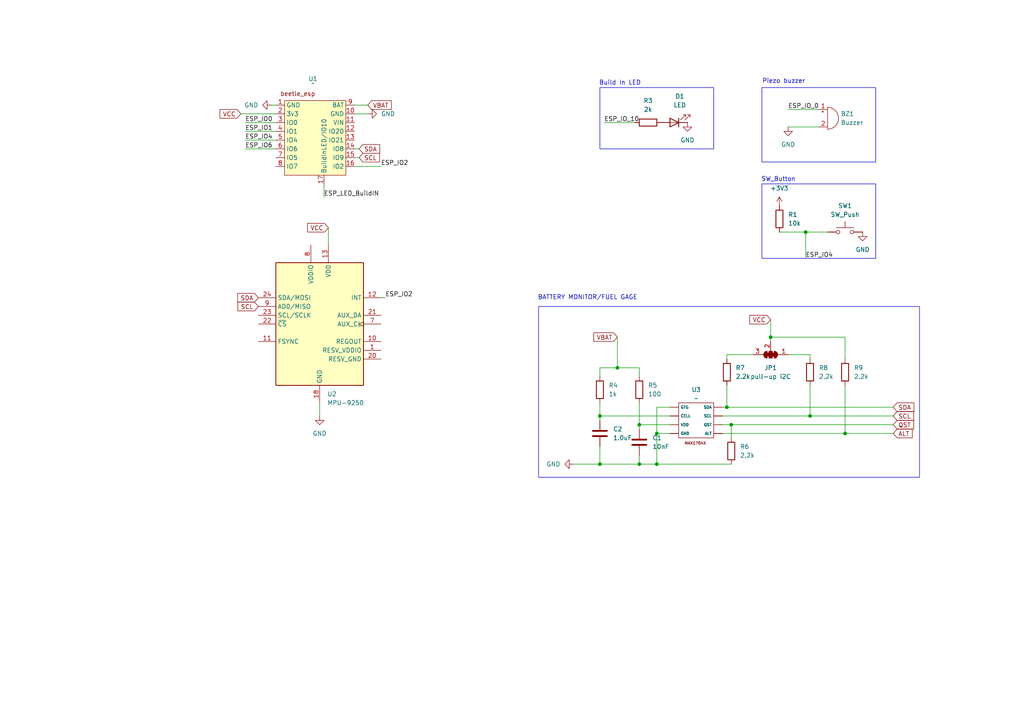
<source format=kicad_sch>
(kicad_sch (version 20231120) (generator "eeschema") (generator_version "8.0")
  (paper "A4")
  (title_block (title "IOT-Cube") (date "2024-03-07") (rev "v01") (comment 4 "Autor: Theironne Velliam"))
  (lib_symbols
    (symbol "Device:Buzzer" (pin_names (offset 0.0254) hide)
      (property "Reference" "BZ" (at 3.81 1.27 0))
      (property "Value" "Buzzer" (at 3.81 -1.27 0))
      (symbol "Buzzer_0_1"
        (arc (start 0 -3.175) (mid 3.1612 0) (end 0 3.175))
        (polyline (pts (xy -1.651 1.905) (xy -1.143 1.905)))
        (polyline (pts (xy -1.397 2.159) (xy -1.397 1.651)))
        (polyline (pts (xy 0 3.175) (xy 0 -3.175)))
      )
      (symbol "Buzzer_1_1"
        (pin passive line (at -2.54 2.54 0) (length 2.54) (name "+") (number "1"))
        (pin passive line (at -2.54 -2.54 0) (length 2.54) (name "-") (number "2"))
      )
    )
    (symbol "Device:C" (pin_numbers hide) (pin_names (offset 0.254))
      (property "Reference" "C" (at 0.635 2.54 0))
      (property "Value" "C" (at 0.635 -2.54 0))
      (symbol "C_0_1"
        (polyline (pts (xy -2.032 -0.762) (xy 2.032 -0.762)) (stroke (width 0.508)))
        (polyline (pts (xy -2.032 0.762) (xy 2.032 0.762)) (stroke (width 0.508)))
      )
      (symbol "C_1_1"
        (pin passive line (at 0 3.81 270) (length 2.794) (name "~") (number "1"))
        (pin passive line (at 0 -3.81 90) (length 2.794) (name "~") (number "2"))
      )
    )
    (symbol "Device:LED" (pin_numbers hide) (pin_names (offset 1.016) hide)
      (property "Reference" "D" (at 0 2.54 0))
      (property "Value" "LED" (at 0 -2.54 0))
      (symbol "LED_0_1"
        (polyline (pts (xy -1.27 -1.27) (xy -1.27 1.27)) (stroke (width 0.254)))
        (polyline (pts (xy -1.27 0) (xy 1.27 0)))
        (polyline (pts (xy 1.27 -1.27) (xy 1.27 1.27) (xy -1.27 0) (xy 1.27 -1.27)) (stroke (width 0.254)))
        (polyline (pts (xy -3.048 -0.762) (xy -4.572 -2.286) (xy -3.81 -2.286) (xy -4.572 -2.286) (xy -4.572 -1.524)))
        (polyline (pts (xy -1.778 -0.762) (xy -3.302 -2.286) (xy -2.54 -2.286) (xy -3.302 -2.286) (xy -3.302 -1.524)))
      )
      (symbol "LED_1_1"
        (pin passive line (at -3.81 0 0) (length 2.54) (name "K") (number "1"))
        (pin passive line (at 3.81 0 180) (length 2.54) (name "A") (number "2"))
      )
    )
    (symbol "Device:R" (pin_numbers hide) (pin_names (offset 0))
      (property "Reference" "R" (at 2.032 0 90))
      (property "Value" "R" (at 0 0 90))
      (symbol "R_0_1"
        (rectangle (start -1.016 -2.54) (end 1.016 2.54) (stroke (width 0.254)))
      )
      (symbol "R_1_1"
        (pin passive line (at 0 3.81 270) (length 1.27) (name "~") (number "1"))
        (pin passive line (at 0 -3.81 90) (length 1.27) (name "~") (number "2"))
      )
    )
    (symbol "Jumper:SolderJumper_3_Bridged123" (pin_names (offset 0) hide)
      (property "Reference" "JP" (at -2.54 -2.54 0))
      (property "Value" "SolderJumper_3_Bridged123" (at 0 2.794 0))
      (symbol "SolderJumper_3_Bridged123_0_1"
        (rectangle (start -1.016 0.508) (end -0.508 -0.508) (fill (type outline)))
        (arc (start -1.016 1.016) (mid -2.0276 0) (end -1.016 -1.016))
        (arc (start -1.016 1.016) (mid -2.0276 0) (end -1.016 -1.016) (fill (type outline)))
        (rectangle (start -0.508 1.016) (end 0.508 -1.016) (fill (type outline)))
        (polyline (pts (xy -2.54 0) (xy -2.032 0)))
        (polyline (pts (xy -1.016 1.016) (xy -1.016 -1.016)))
        (polyline (pts (xy 0 -1.27) (xy 0 -1.016)))
        (polyline (pts (xy 1.016 1.016) (xy 1.016 -1.016)))
        (polyline (pts (xy 2.54 0) (xy 2.032 0)))
        (rectangle (start 0.508 0.508) (end 1.016 -0.508) (fill (type outline)))
        (arc (start 1.016 -1.016) (mid 2.0276 0) (end 1.016 1.016))
        (arc (start 1.016 -1.016) (mid 2.0276 0) (end 1.016 1.016) (fill (type outline)))
      )
      (symbol "SolderJumper_3_Bridged123_1_1"
        (pin passive line (at -5.08 0 0) (length 2.54) (name "A") (number "1"))
        (pin passive line (at 0 -3.81 90) (length 2.54) (name "C") (number "2"))
        (pin passive line (at 5.08 0 180) (length 2.54) (name "B") (number "3"))
      )
    )
    (symbol "Sensor_Motion:MPU-9250"
      (property "Reference" "U" (at -11.43 19.05 0))
      (property "Value" "MPU-9250" (at 7.62 -19.05 0))
      (symbol "MPU-9250_0_1"
        (rectangle (start -12.7 17.78) (end 12.7 -17.78) (stroke (width 0.254)) (fill (type background)))
      )
      (symbol "MPU-9250_1_1"
        (pin input line (at 17.78 -7.62 180) (length 5.08) (name "RESV_VDDIO") (number "1"))
        (pin passive line (at 17.78 -5.08 180) (length 5.08) (name "REGOUT") (number "10"))
        (pin input line (at -17.78 -5.08 0) (length 5.08) (name "FSYNC") (number "11"))
        (pin output line (at 17.78 7.62 180) (length 5.08) (name "INT") (number "12"))
        (pin power_in line (at 2.54 22.86 270) (length 5.08) (name "VDD") (number "13"))
        (pin power_in line (at 0 -22.86 90) (length 5.08) (name "GND") (number "18"))
        (pin power_in line (at 17.78 -10.16 180) (length 5.08) (name "RESV_GND") (number "20"))
        (pin bidirectional line (at 17.78 2.54 180) (length 5.08) (name "AUX_DA") (number "21"))
        (pin input line (at -17.78 0 0) (length 5.08) (name "~{CS}") (number "22"))
        (pin input line (at -17.78 2.54 0) (length 5.08) (name "SCL/SCLK") (number "23"))
        (pin bidirectional line (at -17.78 7.62 0) (length 5.08) (name "SDA/MOSI") (number "24"))
        (pin output clock (at 17.78 0 180) (length 5.08) (name "AUX_CL") (number "7"))
        (pin power_in line (at -2.54 22.86 270) (length 5.08) (name "VDDIO") (number "8"))
        (pin bidirectional line (at -17.78 5.08 0) (length 5.08) (name "AD0/MISO") (number "9"))
      )
    )
    (symbol "Switch:SW_Push" (pin_numbers hide) (pin_names (offset 1.016) hide)
      (property "Reference" "SW" (at 1.27 2.54 0))
      (property "Value" "SW_Push" (at 0 -1.524 0))
      (symbol "SW_Push_0_1"
        (circle (center -2.032 0) (radius 0.508))
        (polyline (pts (xy 0 1.27) (xy 0 3.048)))
        (polyline (pts (xy 2.54 1.27) (xy -2.54 1.27)))
        (circle (center 2.032 0) (radius 0.508))
        (pin passive line (at -5.08 0 0) (length 2.54) (name "1") (number "1"))
        (pin passive line (at 5.08 0 180) (length 2.54) (name "2") (number "2"))
      )
    )
    (symbol "beetleesp32c3:Beetle_esp32c3"
      (property "Reference" "U" (at 0 -11.684 0))
      (symbol "Beetle_esp32c3_1_1"
        (rectangle (start -8.89 11.43) (end 8.89 -10.16) (fill (type background)))
        (text "beetle_esp" (at -5.08 13.462 0) (effects (font (size 1.27 1.27))))
        (pin input line (at -11.43 10.16 0) (length 2.54) (name "GND") (number "1"))
        (pin input line (at 11.43 7.62 180) (length 2.54) (name "GND") (number "10"))
        (pin input line (at 11.43 5.08 180) (length 2.54) (name "VIN") (number "11"))
        (pin input line (at 11.43 2.54 180) (length 2.54) (name "IO20") (number "12"))
        (pin input line (at 11.43 0 180) (length 2.54) (name "IO21") (number "13"))
        (pin input line (at 11.43 -2.54 180) (length 2.54) (name "IO8") (number "14"))
        (pin input line (at 11.43 -5.08 180) (length 2.54) (name "IO9") (number "15"))
        (pin input line (at 11.43 -7.62 180) (length 2.54) (name "IO2") (number "16"))
        (pin input line (at 2.54 -12.7 90) (length 2.54) (name "BuildInLED/IO10") (number "17"))
        (pin input line (at -11.43 7.62 0) (length 2.54) (name "3v3") (number "2"))
        (pin input line (at -11.43 5.08 0) (length 2.54) (name "IO0") (number "3"))
        (pin input line (at -11.43 2.54 0) (length 2.54) (name "IO1") (number "4"))
        (pin input line (at -11.43 0 0) (length 2.54) (name "IO4") (number "5"))
        (pin input line (at -11.43 -2.54 0) (length 2.54) (name "IO6") (number "6"))
        (pin input line (at -11.43 -5.08 0) (length 2.54) (name "IO5") (number "7"))
        (pin input line (at -11.43 -7.62 0) (length 2.54) (name "IO7") (number "8"))
        (pin input line (at 11.43 10.16 180) (length 2.54) (name "BAT") (number "9"))
      )
    )
    (symbol "beetleesp32c3:MAX1704X"
      (property "Reference" "U" (at -4.318 6.096 0))
      (symbol "MAX1704X_0_1"
        (rectangle (start -5.08 5.08) (end 5.08 -5.08))
      )
      (symbol "MAX1704X_1_1"
        (text "MAX1704X\n" (at -0.254 -6.604 0) (effects (font (size 0.8 0.8))))
        (pin input line (at 7.62 -3.81 180) (length 2.54) (name "ALT") (number ""))
        (pin input line (at -7.62 1.27 0) (length 2.54) (name "CELL") (number ""))
        (pin input line (at -7.62 -3.81 0) (length 2.54) (name "GND") (number ""))
        (pin input line (at -7.62 3.81 0) (length 2.54) (name "GTG") (number ""))
        (pin input line (at 7.62 -1.27 180) (length 2.54) (name "QST") (number ""))
        (pin input line (at 7.62 1.27 180) (length 2.54) (name "SCL") (number ""))
        (pin input line (at 7.62 3.81 180) (length 2.54) (name "SDA") (number ""))
        (pin input line (at -7.62 -1.27 0) (length 2.54) (name "VDD") (number ""))
      )
    )
    (symbol "power:+3V3" (power) (pin_numbers hide) (pin_names (offset 0) hide)
      (property "Value" "+3V3" (at 0 3.556 0))
      (symbol "+3V3_0_1"
        (polyline (pts (xy -0.762 1.27) (xy 0 2.54)))
        (polyline (pts (xy 0 0) (xy 0 2.54)))
        (polyline (pts (xy 0 2.54) (xy 0.762 1.27)))
      )
      (symbol "+3V3_1_1"
        (pin power_in line (at 0 0 90) (length 0) (name "~") (number "1"))
      )
    )
    (symbol "power:GND" (power) (pin_numbers hide) (pin_names (offset 0) hide)
      (property "Value" "GND" (at 0 -3.81 0))
      (symbol "GND_0_1"
        (polyline (pts (xy 0 0) (xy 0 -1.27) (xy 1.27 -1.27) (xy 0 -2.54) (xy -1.27 -1.27) (xy 0 -1.27)))
      )
      (symbol "GND_1_1"
        (pin power_in line (at 0 0 270) (length 0) (name "~") (number "1"))
      )
    )
  )
  (junction (at 173.99 134.62))
  (junction (at 173.99 120.65))
  (junction (at 185.42 134.62))
  (junction (at 233.68 67.31))
  (junction (at 223.52 97.79))
  (junction (at 245.11 125.73))
  (junction (at 210.82 118.11))
  (junction (at 234.95 120.65))
  (junction (at 190.5 125.73))
  (junction (at 190.5 134.62))
  (junction (at 212.09 123.19))
  (junction (at 179.07 106.68))
  (junction (at 185.42 123.19))
  (wire (pts (xy 228.6 36.83) (xy 237.49 36.83)))
  (wire (pts (xy 210.82 118.11) (xy 259.08 118.11)))
  (wire (pts (xy 185.42 132.08) (xy 185.42 134.62)))
  (wire (pts (xy 179.07 97.79) (xy 179.07 106.68)))
  (wire (pts (xy 190.5 118.11) (xy 190.5 125.73)))
  (wire (pts (xy 209.55 125.73) (xy 245.11 125.73)))
  (wire (pts (xy 210.82 102.87) (xy 210.82 104.14)))
  (wire (pts (xy 190.5 134.62) (xy 212.09 134.62)))
  (wire (pts (xy 234.95 111.76) (xy 234.95 120.65)))
  (wire (pts (xy 209.55 123.19) (xy 212.09 123.19)))
  (wire (pts (xy 102.87 48.26) (xy 110.49 48.26)))
  (wire (pts (xy 234.95 120.65) (xy 259.08 120.65)))
  (wire (pts (xy 233.68 67.31) (xy 240.03 67.31)))
  (wire (pts (xy 173.99 106.68) (xy 179.07 106.68)))
  (wire (pts (xy 179.07 106.68) (xy 185.42 106.68)))
  (wire (pts (xy 194.31 118.11) (xy 190.5 118.11)))
  (wire (pts (xy 226.06 67.31) (xy 233.68 67.31)))
  (wire (pts (xy 102.87 30.48) (xy 106.68 30.48)))
  (wire (pts (xy 245.11 104.14) (xy 245.11 97.79)))
  (wire (pts (xy 185.42 116.84) (xy 185.42 123.19)))
  (wire (pts (xy 212.09 123.19) (xy 212.09 127)))
  (wire (pts (xy 173.99 129.54) (xy 173.99 134.62)))
  (wire (pts (xy 234.95 102.87) (xy 234.95 104.14)))
  (wire (pts (xy 102.87 43.18) (xy 104.14 43.18)))
  (wire (pts (xy 245.11 125.73) (xy 245.11 111.76)))
  (wire (pts (xy 228.6 31.75) (xy 237.49 31.75)))
  (wire (pts (xy 71.12 40.64) (xy 80.01 40.64)))
  (wire (pts (xy 173.99 116.84) (xy 173.99 120.65)))
  (wire (pts (xy 218.44 102.87) (xy 210.82 102.87)))
  (wire (pts (xy 190.5 125.73) (xy 190.5 134.62)))
  (wire (pts (xy 78.74 30.48) (xy 80.01 30.48)))
  (wire (pts (xy 175.26 35.56) (xy 184.15 35.56)))
  (wire (pts (xy 185.42 134.62) (xy 173.99 134.62)))
  (wire (pts (xy 71.12 35.56) (xy 80.01 35.56)))
  (wire (pts (xy 209.55 118.11) (xy 210.82 118.11)))
  (wire (pts (xy 210.82 111.76) (xy 210.82 118.11)))
  (wire (pts (xy 245.11 97.79) (xy 223.52 97.79)))
  (wire (pts (xy 92.71 116.84) (xy 92.71 120.65)))
  (wire (pts (xy 93.98 53.34) (xy 93.98 57.15)))
  (wire (pts (xy 185.42 123.19) (xy 185.42 124.46)))
  (wire (pts (xy 194.31 123.19) (xy 185.42 123.19)))
  (wire (pts (xy 185.42 106.68) (xy 185.42 109.22)))
  (wire (pts (xy 95.25 66.04) (xy 95.25 71.12)))
  (wire (pts (xy 71.12 38.1) (xy 80.01 38.1)))
  (wire (pts (xy 194.31 125.73) (xy 190.5 125.73)))
  (wire (pts (xy 194.31 120.65) (xy 173.99 120.65)))
  (wire (pts (xy 102.87 45.72) (xy 104.14 45.72)))
  (wire (pts (xy 173.99 120.65) (xy 173.99 121.92)))
  (wire (pts (xy 71.12 43.18) (xy 80.01 43.18)))
  (wire (pts (xy 223.52 92.71) (xy 223.52 97.79)))
  (wire (pts (xy 223.52 97.79) (xy 223.52 99.06)))
  (wire (pts (xy 173.99 106.68) (xy 173.99 109.22)))
  (wire (pts (xy 190.5 134.62) (xy 185.42 134.62)))
  (wire (pts (xy 110.49 86.36) (xy 111.76 86.36)))
  (wire (pts (xy 233.68 67.31) (xy 233.68 74.93)))
  (wire (pts (xy 245.11 125.73) (xy 259.08 125.73)))
  (wire (pts (xy 102.87 33.02) (xy 106.68 33.02)))
  (wire (pts (xy 69.85 33.02) (xy 80.01 33.02)))
  (wire (pts (xy 209.55 120.65) (xy 234.95 120.65)))
  (wire (pts (xy 228.6 102.87) (xy 234.95 102.87)))
  (wire (pts (xy 166.37 134.62) (xy 173.99 134.62)))
  (wire (pts (xy 212.09 123.19) (xy 259.08 123.19)))
  (rectangle (start 173.99 25.4) (end 207.01 43.18))
  (rectangle (start 220.98 53.34) (end 254 74.93))
  (rectangle (start 156.21 88.9) (end 266.7 138.43))
  (rectangle (start 220.98 25.4) (end 254 46.99))
  (text "BATTERY MONITOR/FUEL GAGE\n" (at 170.434 86.36 0) (effects (font (size 1.27 1.27))))
  (text "SW_Button" (at 225.806 52.07 0) (effects (font (size 1.27 1.27))))
  (text "Piezo buzzer" (at 227.33 23.622 0) (effects (font (size 1.27 1.27))))
  (text "Build In LED" (at 179.832 24.13 0) (effects (font (size 1.27 1.27))))
  (label "ESP_IO_0" (at 228.6 31.75 0))
  (label "ESP_IO2" (at 110.49 48.26 0))
  (label "ESP_IO2" (at 111.76 86.36 0))
  (label "ESP_IO4" (at 71.12 40.64 0))
  (label "ESP_IO_10" (at 175.26 35.56 0))
  (label "ESP_LED_BuildIN" (at 93.98 57.15 0))
  (label "ESP_IO6" (at 71.12 43.18 0))
  (label "ESP_IO4" (at 233.68 74.93 0))
  (label "ESP_IO0" (at 71.12 35.56 0))
  (label "ESP_IO1" (at 71.12 38.1 0))
  (global_label "ALT" (shape input) (at 259.08 125.73 0) (property "Intersheetrefs" "${INTERSHEET_REFS}" (effects (hide yes))))
  (global_label "VCC" (shape input) (at 223.52 92.71 180) (property "Intersheetrefs" "${INTERSHEET_REFS}" (effects (hide yes))))
  (global_label "SDA" (shape input) (at 259.08 118.11 0) (property "Intersheetrefs" "${INTERSHEET_REFS}" (effects (hide yes))))
  (global_label "SDA" (shape input) (at 74.93 86.36 180) (property "Intersheetrefs" "${INTERSHEET_REFS}" (effects (hide yes))))
  (global_label "VCC" (shape input) (at 69.85 33.02 180) (property "Intersheetrefs" "${INTERSHEET_REFS}" (effects (hide yes))))
  (global_label "SCL" (shape input) (at 74.93 88.9 180) (property "Intersheetrefs" "${INTERSHEET_REFS}" (effects (hide yes))))
  (global_label "VCC" (shape input) (at 95.25 66.04 180) (property "Intersheetrefs" "${INTERSHEET_REFS}" (effects (hide yes))))
  (global_label "SDA" (shape input) (at 104.14 43.18 0) (property "Intersheetrefs" "${INTERSHEET_REFS}" (effects (hide yes))))
  (global_label "QST" (shape input) (at 259.08 123.19 0) (property "Intersheetrefs" "${INTERSHEET_REFS}" (effects (hide yes))))
  (global_label "VBAT" (shape input) (at 106.68 30.48 0) (property "Intersheetrefs" "${INTERSHEET_REFS}" (effects (hide yes))))
  (global_label "VBAT" (shape input) (at 179.07 97.79 180) (property "Intersheetrefs" "${INTERSHEET_REFS}" (effects (hide yes))))
  (global_label "SCL" (shape input) (at 259.08 120.65 0) (property "Intersheetrefs" "${INTERSHEET_REFS}" (effects (hide yes))))
  (global_label "SCL" (shape input) (at 104.14 45.72 0) (property "Intersheetrefs" "${INTERSHEET_REFS}" (effects (hide yes))))
  (symbol (lib_id "power:GND") (at 199.39 35.56 0) (unit 1)
    (property "Reference" "#PWR05" (effects (hide yes)))
    (property "Value" "GND" (at 199.39 40.64 0))
    (property "Description" "Power symbol creates a global label with name \"GND\" , ground" (effects (hide yes)))
  )
  (symbol (lib_id "Device:R") (at 173.99 113.03 0) (unit 1)
    (property "Reference" "R4" (at 176.53 111.7599 0) (effects (justify left)))
    (property "Value" "1k" (at 176.53 114.2999 0) (effects (justify left)))
    (property "Description" "Resistor" (effects (hide yes)))
  )
  (symbol (lib_id "Switch:SW_Push") (at 245.11 67.31 0) (unit 1)
    (property "Reference" "SW1" (at 245.11 59.69 0))
    (property "Value" "SW_Push" (at 245.11 62.23 0))
    (property "Description" "Push button switch, generic, two pins" (effects (hide yes)))
  )
  (symbol (lib_id "Device:C") (at 173.99 125.73 0) (unit 1)
    (property "Reference" "C2" (at 177.8 124.4599 0) (effects (justify left)))
    (property "Value" "1.0uF" (at 177.8 126.9999 0) (effects (justify left)))
    (property "Description" "Unpolarized capacitor" (effects (hide yes)))
  )
  (symbol (lib_id "power:GND") (at 166.37 134.62 270) (unit 1)
    (property "Reference" "#PWR012" (effects (hide yes)))
    (property "Value" "GND" (at 162.56 134.6199 90) (effects (justify right)))
    (property "Description" "Power symbol creates a global label with name \"GND\" , ground" (effects (hide yes)))
  )
  (symbol (lib_id "beetleesp32c3:Beetle_esp32c3") (at 91.44 40.64 0) (unit 1)
    (property "Reference" "U1" (at 90.7796 22.86 0))
    (property "Value" "~" (at 90.7796 24.13 0))
  )
  (symbol (lib_id "Device:R") (at 212.09 130.81 0) (unit 1)
    (property "Reference" "R6" (at 214.63 129.5399 0) (effects (justify left)))
    (property "Value" "2.2k" (at 214.63 132.0799 0) (effects (justify left)))
    (property "Description" "Resistor" (effects (hide yes)))
  )
  (symbol (lib_id "Device:R") (at 185.42 113.03 0) (unit 1)
    (property "Reference" "R5" (at 187.96 111.7599 0) (effects (justify left)))
    (property "Value" "100" (at 187.96 114.2999 0) (effects (justify left)))
    (property "Description" "Resistor" (effects (hide yes)))
  )
  (symbol (lib_id "Device:R") (at 210.82 107.95 0) (unit 1)
    (property "Reference" "R7" (at 213.36 106.6799 0) (effects (justify left)))
    (property "Value" "2.2k" (at 213.36 109.2199 0) (effects (justify left)))
    (property "Description" "Resistor" (effects (hide yes)))
  )
  (symbol (lib_id "power:GND") (at 78.74 30.48 270) (unit 1)
    (property "Reference" "#PWR06" (effects (hide yes)))
    (property "Value" "GND" (at 74.93 30.4799 90) (effects (justify right)))
    (property "Description" "Power symbol creates a global label with name \"GND\" , ground" (effects (hide yes)))
  )
  (symbol (lib_id "Device:R") (at 226.06 63.5 0) (unit 1)
    (property "Reference" "R1" (at 228.6 62.2299 0) (effects (justify left)))
    (property "Value" "10k" (at 228.6 64.7699 0) (effects (justify left)))
    (property "Description" "Resistor" (effects (hide yes)))
  )
  (symbol (lib_id "beetleesp32c3:MAX1704X") (at 201.93 121.92 0) (unit 1)
    (property "Reference" "U3" (at 201.93 113.03 0))
    (property "Value" "~" (at 201.93 115.57 0))
  )
  (symbol (lib_id "Device:R") (at 187.96 35.56 270) (unit 1)
    (property "Reference" "R3" (at 187.96 29.21 90))
    (property "Value" "2k" (at 187.96 31.75 90))
    (property "Description" "Resistor" (effects (hide yes)))
  )
  (symbol (lib_id "power:GND") (at 92.71 120.65 0) (unit 1)
    (property "Reference" "#PWR07" (effects (hide yes)))
    (property "Value" "GND" (at 92.71 125.73 0))
    (property "Description" "Power symbol creates a global label with name \"GND\" , ground" (effects (hide yes)))
  )
  (symbol (lib_id "Sensor_Motion:MPU-9250") (at 92.71 93.98 0) (unit 1)
    (property "Reference" "U2" (at 94.9041 114.3 0) (effects (justify left)))
    (property "Value" "MPU-9250" (at 94.9041 116.84 0) (effects (justify left)))
    (property "Footprint" "Sensor_Motion:InvenSense_QFN-24_3x3mm_P0.4mm" (effects (hide yes)))
    (property "Datasheet" "https://invensense.tdk.com/wp-content/uploads/2015/02/PS-MPU-9250A-01-v1.1.pdf" (effects (hide yes)))
    (property "Description" "InvenSense 9-Axis Motion Sensor, Accelerometer, Gyroscope, Compass, I2C/SPI" (effects (hide yes)))
  )
  (symbol (lib_id "power:+3V3") (at 226.06 59.69 0) (unit 1)
    (property "Reference" "#PWR03" (effects (hide yes)))
    (property "Value" "+3V3" (at 226.06 54.61 0))
    (property "Description" "Power symbol creates a global label with name \"+3V3\"" (effects (hide yes)))
  )
  (symbol (lib_id "power:GND") (at 250.19 67.31 0) (unit 1)
    (property "Reference" "#PWR04" (effects (hide yes)))
    (property "Value" "GND" (at 250.19 72.39 0))
    (property "Description" "Power symbol creates a global label with name \"GND\" , ground" (effects (hide yes)))
  )
  (symbol (lib_id "Jumper:SolderJumper_3_Bridged123") (at 223.52 102.87 180) (unit 1)
    (property "Reference" "JP1" (at 223.52 106.68 0))
    (property "Value" "pull-up i2C" (at 223.52 109.22 0))
    (property "Description" "Solder Jumper, 3-pole, pins 1+2+3 closed/bridged" (effects (hide yes)))
  )
  (symbol (lib_id "Device:C") (at 185.42 128.27 0) (unit 1)
    (property "Reference" "C1" (at 189.23 126.9999 0) (effects (justify left)))
    (property "Value" "10nF" (at 189.23 129.5399 0) (effects (justify left)))
    (property "Description" "Unpolarized capacitor" (effects (hide yes)))
  )
  (symbol (lib_id "Device:LED") (at 195.58 35.56 180) (unit 1)
    (property "Reference" "D1" (at 197.1675 27.94 0))
    (property "Value" "LED" (at 197.1675 30.48 0))
    (property "Description" "Light emitting diode" (effects (hide yes)))
  )
  (symbol (lib_id "Device:Buzzer") (at 240.03 34.29 0) (unit 1)
    (property "Reference" "BZ1" (at 243.84 33.0199 0) (effects (justify left)))
    (property "Value" "Buzzer" (at 243.84 35.5599 0) (effects (justify left)))
    (property "Description" "Buzzer, polarized" (effects (hide yes)))
  )
  (symbol (lib_id "power:GND") (at 228.6 36.83 0) (unit 1)
    (property "Reference" "#PWR02" (effects (hide yes)))
    (property "Value" "GND" (at 228.6 41.91 0))
    (property "Description" "Power symbol creates a global label with name \"GND\" , ground" (effects (hide yes)))
  )
  (symbol (lib_id "Device:R") (at 245.11 107.95 0) (unit 1)
    (property "Reference" "R9" (at 247.65 106.6799 0) (effects (justify left)))
    (property "Value" "2.2k" (at 247.65 109.2199 0) (effects (justify left)))
    (property "Description" "Resistor" (effects (hide yes)))
  )
  (symbol (lib_id "Device:R") (at 234.95 107.95 0) (unit 1)
    (property "Reference" "R8" (at 237.49 106.6799 0) (effects (justify left)))
    (property "Value" "2.2k" (at 237.49 109.2199 0) (effects (justify left)))
    (property "Description" "Resistor" (effects (hide yes)))
  )
  (symbol (lib_id "power:GND") (at 106.68 33.02 90) (unit 1)
    (property "Reference" "#PWR09" (effects (hide yes)))
    (property "Value" "GND" (at 110.49 33.0199 90) (effects (justify right)))
    (property "Description" "Power symbol creates a global label with name \"GND\" , ground" (effects (hide yes)))
  )
)
</source>
